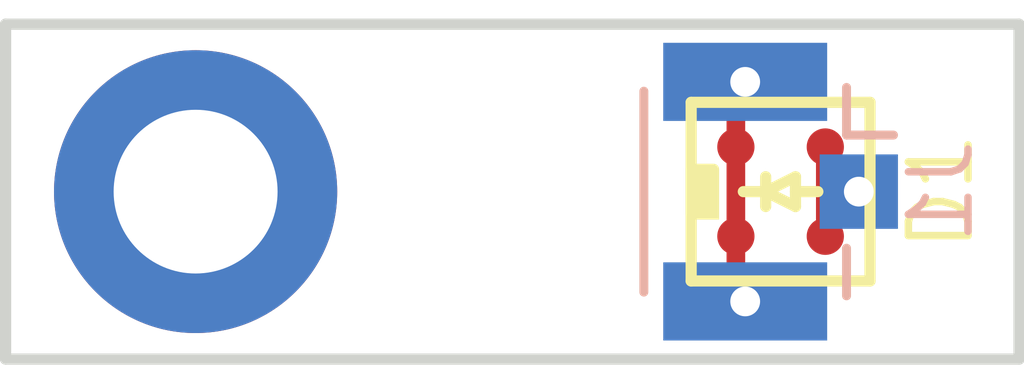
<source format=kicad_pcb>
(kicad_pcb (version 20171130) (host pcbnew "(5.1.2)-2")

  (general
    (thickness 1.6)
    (drawings 9)
    (tracks 11)
    (zones 0)
    (modules 3)
    (nets 3)
  )

  (page A4)
  (layers
    (0 F.Cu signal)
    (31 B.Cu signal)
    (32 B.Adhes user)
    (33 F.Adhes user)
    (34 B.Paste user)
    (35 F.Paste user)
    (36 B.SilkS user)
    (37 F.SilkS user)
    (38 B.Mask user)
    (39 F.Mask user)
    (40 Dwgs.User user)
    (41 Cmts.User user)
    (42 Eco1.User user)
    (43 Eco2.User user)
    (44 Edge.Cuts user)
    (45 Margin user hide)
    (46 B.CrtYd user)
    (47 F.CrtYd user)
    (48 B.Fab user hide)
    (49 F.Fab user hide)
  )

  (setup
    (last_trace_width 0.25)
    (trace_clearance 0.2)
    (zone_clearance 0.508)
    (zone_45_only no)
    (trace_min 0.2)
    (via_size 0.8)
    (via_drill 0.4)
    (via_min_size 0.4)
    (via_min_drill 0.3)
    (uvia_size 0.3)
    (uvia_drill 0.1)
    (uvias_allowed no)
    (uvia_min_size 0.2)
    (uvia_min_drill 0.1)
    (edge_width 0.15)
    (segment_width 0.15)
    (pcb_text_width 0.3)
    (pcb_text_size 1.5 1.5)
    (mod_edge_width 0.15)
    (mod_text_size 1 1)
    (mod_text_width 0.15)
    (pad_size 3.8 3.8)
    (pad_drill 2.2)
    (pad_to_mask_clearance 0.051)
    (solder_mask_min_width 0.25)
    (aux_axis_origin 0 0)
    (visible_elements 7EFFFFFF)
    (pcbplotparams
      (layerselection 0x010fc_ffffffff)
      (usegerberextensions false)
      (usegerberattributes false)
      (usegerberadvancedattributes false)
      (creategerberjobfile false)
      (excludeedgelayer true)
      (linewidth 0.100000)
      (plotframeref false)
      (viasonmask false)
      (mode 1)
      (useauxorigin false)
      (hpglpennumber 1)
      (hpglpenspeed 20)
      (hpglpendiameter 15.000000)
      (psnegative false)
      (psa4output false)
      (plotreference true)
      (plotvalue true)
      (plotinvisibletext false)
      (padsonsilk false)
      (subtractmaskfromsilk false)
      (outputformat 1)
      (mirror false)
      (drillshape 1)
      (scaleselection 1)
      (outputdirectory ""))
  )

  (net 0 "")
  (net 1 "Net-(D1-Pad2)")
  (net 2 "Net-(D1-Pad1)")

  (net_class Default "This is the default net class."
    (clearance 0.2)
    (trace_width 0.25)
    (via_dia 0.8)
    (via_drill 0.4)
    (uvia_dia 0.3)
    (uvia_drill 0.1)
    (add_net "Net-(D1-Pad1)")
    (add_net "Net-(D1-Pad2)")
  )

  (module Connector_Coaxial:U.FL_Hirose_U.FL-R-SMT-1_Vertical (layer B.Cu) (tedit 5C3B3971) (tstamp 5DB07490)
    (at 3.6 0 180)
    (descr "Hirose U.FL Coaxial https://www.hirose.com/product/en/products/U.FL/U.FL-R-SMT-1%2810%29/")
    (tags "Hirose U.FL Coaxial")
    (path /5C3B2B19)
    (attr smd)
    (fp_text reference J1 (at -2.15 0 270) (layer B.SilkS)
      (effects (font (size 0.8 0.8) (thickness 0.1)) (justify mirror))
    )
    (fp_text value Conn_Coaxial (at 5 0 90) (layer B.Fab)
      (effects (font (size 1 1) (thickness 0.15)) (justify mirror))
    )
    (fp_text user %R (at 0.475 0 270) (layer B.Fab)
      (effects (font (size 0.6 0.6) (thickness 0.09)) (justify mirror))
    )
    (fp_line (start -2.02 -1) (end -2.02 1) (layer B.CrtYd) (width 0.05))
    (fp_line (start -1.32 -1) (end -2.02 -1) (layer B.CrtYd) (width 0.05))
    (fp_line (start 2.08 -1.8) (end 2.28 -1.8) (layer B.CrtYd) (width 0.05))
    (fp_line (start 2.08 -2.5) (end 2.08 -1.8) (layer B.CrtYd) (width 0.05))
    (fp_line (start 2.28 -1.8) (end 2.28 1.8) (layer B.CrtYd) (width 0.05))
    (fp_line (start -1.32 -1.8) (end -1.12 -1.8) (layer B.CrtYd) (width 0.05))
    (fp_line (start -1.12 -2.5) (end -1.12 -1.8) (layer B.CrtYd) (width 0.05))
    (fp_line (start 2.08 -2.5) (end -1.12 -2.5) (layer B.CrtYd) (width 0.05))
    (fp_line (start 1.835 1.35) (end 1.835 -1.35) (layer B.SilkS) (width 0.12))
    (fp_line (start -0.885 0.76) (end -1.515 0.76) (layer B.SilkS) (width 0.12))
    (fp_line (start -0.885 -1.4) (end -0.885 -0.76) (layer B.SilkS) (width 0.12))
    (fp_line (start -0.925 0.3) (end -1.075 0.15) (layer B.Fab) (width 0.1))
    (fp_line (start 1.775 1.3) (end 1.375 1.3) (layer B.Fab) (width 0.1))
    (fp_line (start 1.375 1.5) (end 1.375 1.3) (layer B.Fab) (width 0.1))
    (fp_line (start -0.425 1.5) (end 1.375 1.5) (layer B.Fab) (width 0.1))
    (fp_line (start 1.775 1.3) (end 1.775 -1.3) (layer B.Fab) (width 0.1))
    (fp_line (start 1.775 -1.3) (end 1.375 -1.3) (layer B.Fab) (width 0.1))
    (fp_line (start 1.375 -1.5) (end 1.375 -1.3) (layer B.Fab) (width 0.1))
    (fp_line (start -0.425 -1.5) (end 1.375 -1.5) (layer B.Fab) (width 0.1))
    (fp_line (start -0.425 1.3) (end -0.825 1.3) (layer B.Fab) (width 0.1))
    (fp_line (start -0.425 1.5) (end -0.425 1.3) (layer B.Fab) (width 0.1))
    (fp_line (start -0.825 0.3) (end -0.825 1.3) (layer B.Fab) (width 0.1))
    (fp_line (start -0.925 0.3) (end -0.825 0.3) (layer B.Fab) (width 0.1))
    (fp_line (start -1.075 -0.3) (end -1.075 0.15) (layer B.Fab) (width 0.1))
    (fp_line (start -1.075 -0.3) (end -0.825 -0.3) (layer B.Fab) (width 0.1))
    (fp_line (start -0.825 -0.3) (end -0.825 -1.3) (layer B.Fab) (width 0.1))
    (fp_line (start -0.425 -1.3) (end -0.825 -1.3) (layer B.Fab) (width 0.1))
    (fp_line (start -0.425 -1.5) (end -0.425 -1.3) (layer B.Fab) (width 0.1))
    (fp_line (start -0.885 1.4) (end -0.885 0.76) (layer B.SilkS) (width 0.12))
    (fp_line (start 2.08 1.8) (end 2.28 1.8) (layer B.CrtYd) (width 0.05))
    (fp_line (start 2.08 1.8) (end 2.08 2.5) (layer B.CrtYd) (width 0.05))
    (fp_line (start -1.32 1) (end -1.32 1.8) (layer B.CrtYd) (width 0.05))
    (fp_line (start 2.08 2.5) (end -1.12 2.5) (layer B.CrtYd) (width 0.05))
    (fp_line (start -1.12 1.8) (end -1.12 2.5) (layer B.CrtYd) (width 0.05))
    (fp_line (start -1.32 1.8) (end -1.12 1.8) (layer B.CrtYd) (width 0.05))
    (fp_line (start -1.32 -1.8) (end -1.32 -1) (layer B.CrtYd) (width 0.05))
    (fp_line (start -1.32 1) (end -2.02 1) (layer B.CrtYd) (width 0.05))
    (pad 2 smd rect (at 0.475 -1.475 180) (size 2.2 1.05) (layers B.Cu B.Paste B.Mask)
      (net 1 "Net-(D1-Pad2)"))
    (pad 1 smd rect (at -1.05 0 180) (size 1.05 1) (layers B.Cu B.Paste B.Mask)
      (net 2 "Net-(D1-Pad1)"))
    (pad 2 smd rect (at 0.475 1.475 180) (size 2.2 1.05) (layers B.Cu B.Paste B.Mask)
      (net 1 "Net-(D1-Pad2)"))
    (model ${KISYS3DMOD}/Connector_Coaxial.3dshapes/U.FL_Hirose_U.FL-R-SMT-1_Vertical.wrl
      (offset (xyz 0.4749999928262157 0 0))
      (scale (xyz 1 1 1))
      (rotate (xyz 0 0 0))
    )
  )

  (module s13360-2050ve:S13360-2050VE (layer F.Cu) (tedit 5C711EE2) (tstamp 5DB07190)
    (at 3.6 0 270)
    (path /5C3B29EF)
    (fp_text reference D1 (at 0 -2.15 90) (layer F.SilkS)
      (effects (font (size 0.8 0.8) (thickness 0.1)))
    )
    (fp_text value S13360-2050VE (at 0 4.445 90) (layer F.Fab)
      (effects (font (size 1 1) (thickness 0.15)))
    )
    (fp_line (start 1.2 -1.2) (end -1.2 -1.2) (layer F.SilkS) (width 0.15))
    (fp_line (start -1.2 -1.2) (end -1.2 1.2) (layer F.SilkS) (width 0.15))
    (fp_line (start -1.2 1.2) (end 1.2 1.2) (layer F.SilkS) (width 0.15))
    (fp_line (start 1.2 1.2) (end 1.2 -1.2) (layer F.SilkS) (width 0.15))
    (fp_poly (pts (xy 0.3 1.2) (xy 0.3 0.9) (xy -0.3 0.9) (xy -0.3 1.2)) (layer F.SilkS) (width 0.15))
    (fp_line (start 0 -0.2) (end -0.2 -0.2) (layer F.SilkS) (width 0.15))
    (fp_line (start -0.2 -0.2) (end 0 0.2) (layer F.SilkS) (width 0.15))
    (fp_line (start 0 0.2) (end 0.2 -0.2) (layer F.SilkS) (width 0.15))
    (fp_line (start 0.2 -0.2) (end 0 -0.2) (layer F.SilkS) (width 0.15))
    (fp_line (start -0.2 0.2) (end 0.2 0.2) (layer F.SilkS) (width 0.15))
    (fp_line (start 0 0.2) (end 0 0.5) (layer F.SilkS) (width 0.15))
    (fp_line (start 0 -0.2) (end 0 -0.5) (layer F.SilkS) (width 0.15))
    (fp_line (start 1.4 1.4) (end 1.4 -1.4) (layer F.CrtYd) (width 0.05))
    (fp_line (start 1.4 -1.4) (end -1.4 -1.4) (layer F.CrtYd) (width 0.05))
    (fp_line (start -1.4 -1.4) (end -1.4 1.4) (layer F.CrtYd) (width 0.05))
    (fp_line (start -1.4 1.4) (end 1.4 1.4) (layer F.CrtYd) (width 0.05))
    (fp_line (start 1.2 1.2) (end 1.2 -1.2) (layer F.Fab) (width 0.15))
    (fp_line (start 1.2 -1.2) (end -1.2 -1.2) (layer F.Fab) (width 0.15))
    (fp_line (start -1.2 -1.2) (end -1.2 1.2) (layer F.Fab) (width 0.15))
    (fp_line (start -1.2 1.2) (end 1.2 1.2) (layer F.Fab) (width 0.15))
    (fp_poly (pts (xy -0.3 1.2) (xy -0.3 0.9) (xy 0.3 0.9) (xy 0.3 1.2)) (layer F.Fab) (width 0.15))
    (fp_text user %R (at 0 0 90) (layer F.Fab)
      (effects (font (size 1 1) (thickness 0.15)))
    )
    (pad 2 smd circle (at -0.6 0.6 270) (size 0.5 0.5) (layers F.Cu F.Paste F.Mask)
      (net 1 "Net-(D1-Pad2)"))
    (pad 2 smd circle (at 0.6 0.6 270) (size 0.5 0.5) (layers F.Cu F.Paste F.Mask)
      (net 1 "Net-(D1-Pad2)"))
    (pad 1 smd circle (at 0.6 -0.6 270) (size 0.5 0.5) (layers F.Cu F.Paste F.Mask)
      (net 2 "Net-(D1-Pad1)"))
    (pad 1 smd circle (at -0.6 -0.6 270) (size 0.5 0.5) (layers F.Cu F.Paste F.Mask)
      (net 2 "Net-(D1-Pad1)"))
    (model ${KIPRJMOD}/components/s13360-2050ve/s13360-2050ve.stp
      (at (xyz 0 0 0))
      (scale (xyz 1 1 1))
      (rotate (xyz -90 0 0))
    )
  )

  (module MountingHole:MountingHole_2.2mm_M2_ISO14580_Pad (layer F.Cu) (tedit 5C710DF7) (tstamp 5C7D8DAC)
    (at -4.25 0)
    (descr "Mounting Hole 2.2mm, M2, ISO14580")
    (tags "mounting hole 2.2mm m2 iso14580")
    (path /5C710CBA)
    (attr virtual)
    (fp_text reference H1 (at 0 -2.9) (layer F.SilkS) hide
      (effects (font (size 1 1) (thickness 0.15)))
    )
    (fp_text value MountingHole (at 3.23 6.35) (layer F.Fab)
      (effects (font (size 1 1) (thickness 0.15)))
    )
    (fp_circle (center 0 0) (end 2.15 0) (layer F.CrtYd) (width 0.05))
    (fp_circle (center 0 0) (end 1.9 0) (layer Cmts.User) (width 0.15))
    (fp_text user %R (at 0.055 0) (layer F.Fab)
      (effects (font (size 1 1) (thickness 0.15)))
    )
    (pad 1 thru_hole circle (at 0 0) (size 3.8 3.8) (drill 2.2) (layers *.Cu *.Mask))
  )

  (gr_text "D1\nH1\nH2" (at -8.255 6.35) (layer F.Fab)
    (effects (font (size 1 1) (thickness 0.2)))
  )
  (gr_line (start 6.8 2.25) (end 6.8 -2.25) (layer Edge.Cuts) (width 0.15))
  (gr_line (start -6.8 2.25) (end 6.8 2.25) (layer Edge.Cuts) (width 0.15))
  (gr_line (start -6.8 -2.25) (end -6.8 2.25) (layer Edge.Cuts) (width 0.15) (tstamp 5C7D8EDC))
  (gr_line (start 6.8 -2.25) (end -6.8 -2.25) (layer Edge.Cuts) (width 0.15))
  (gr_line (start 1.1 -2.5) (end 1.1 2.5) (layer F.CrtYd) (width 0.15) (tstamp 5DB07258))
  (gr_line (start 6.1 -2.5) (end 1.1 -2.5) (layer F.CrtYd) (width 0.15) (tstamp 5DB0725E))
  (gr_line (start 6.1 2.5) (end 6.1 -2.5) (layer F.CrtYd) (width 0.15) (tstamp 5DB0725B))
  (gr_line (start 1.1 2.5) (end 6.1 2.5) (layer F.CrtYd) (width 0.15) (tstamp 5DB07165))

  (segment (start 3 0.6) (end 3 -0.6) (width 0.25) (layer F.Cu) (net 1) (tstamp 5DB07171) (status 30))
  (via (at 3.125 -1.475) (size 0.8) (drill 0.4) (layers F.Cu B.Cu) (net 1) (tstamp 5DB07252) (status 30))
  (segment (start 3 -0.6) (end 3 -1.35) (width 0.25) (layer F.Cu) (net 1) (tstamp 5DB0716E) (status 10))
  (segment (start 3 -1.35) (end 3.125 -1.475) (width 0.25) (layer F.Cu) (net 1) (tstamp 5DB0716B))
  (via (at 3.125 1.475) (size 0.8) (drill 0.4) (layers F.Cu B.Cu) (net 1) (tstamp 5DB07255) (status 30))
  (segment (start 3 0.6) (end 3 1.35) (width 0.25) (layer F.Cu) (net 1) (tstamp 5DB07168) (status 10))
  (segment (start 3 1.35) (end 3.125 1.475) (width 0.25) (layer F.Cu) (net 1) (tstamp 5DB0715F))
  (via (at 4.65 0) (size 0.8) (drill 0.4) (layers F.Cu B.Cu) (net 2) (tstamp 5DB0724F) (status 30))
  (segment (start 4.2 0) (end 4.65 0) (width 0.25) (layer F.Cu) (net 2) (tstamp 5DB0715C))
  (segment (start 4.2 -0.6) (end 4.2 0) (width 0.25) (layer F.Cu) (net 2) (tstamp 5DB07159) (status 10))
  (segment (start 4.2 0) (end 4.2 0.6) (width 0.25) (layer F.Cu) (net 2) (tstamp 5DB07162) (status 20))

)

</source>
